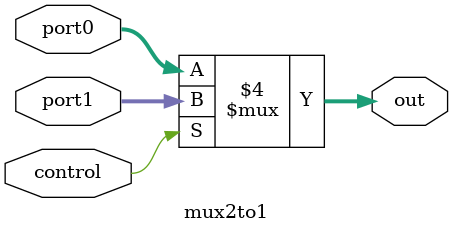
<source format=v>
`timescale 1ns / 1ps


module mux2to1(
    input [31:0] port0,
    input [31:0] port1,
    input control,
    output reg[31:0] out 
    );
    always@(*)begin
        if(control==1'b0) out = port0;
        else out=port1;
    end
endmodule

</source>
